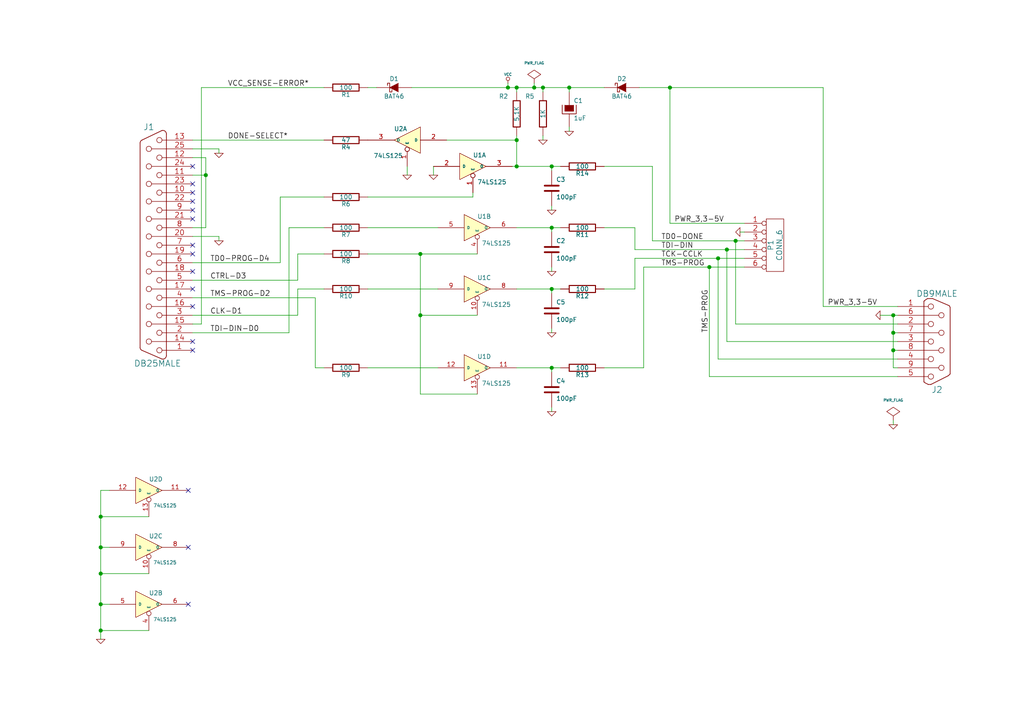
<source format=kicad_sch>
(kicad_sch (version 20250114) (generator "eeschema") (generator_version "9.0")
  (paper "A4")
  (title_block (title "PARALLEL CABLE III") (date "Sun 22 Mar 2015") (rev "1"))
  (lib_symbols
    (symbol "74LS125_1" (pin_names (offset 0.762))
      (property "Reference" "U" (at 0 2.54 0))
      (property "Value" "74LS125" (at 1.27 -3.81 0))
      (symbol "74LS125_1_0_0"
        (pin power_in line (at -3.81 3.81 270) (length 0) (hide yes) (name "VCC") (number "14"))
        (pin power_in line (at -3.81 -3.81 90) (length 0) (hide yes) (name "GND") (number "7"))
      )
      (symbol "74LS125_1_0_1"
        (polyline (pts (xy -3.81 3.81) (xy -3.81 -3.81) (xy 3.81 0) (xy -3.81 3.81)) (fill (type background)))
      )
      (symbol "74LS125_1_1_0"
        (pin input inverted (at 0 -7.62 90) (length 5.588) (name "E") (number "1"))
      )
      (symbol "74LS125_1_1_1"
        (pin input line (at -11.43 0 0) (length 7.62) (name "D") (number "2"))
        (pin tri_state line (at 11.43 0 180) (length 7.62) (name "O") (number "3"))
      )
      (symbol "74LS125_1_2_0"
        (pin input inverted (at 0 -7.62 90) (length 5.588) (name "E") (number "4"))
      )
      (symbol "74LS125_1_2_1"
        (pin input line (at -11.43 0 0) (length 7.62) (name "D") (number "5"))
        (pin tri_state line (at 11.43 0 180) (length 7.62) (name "O") (number "6"))
      )
      (symbol "74LS125_1_3_0"
        (pin input inverted (at 0 -7.62 90) (length 5.588) (name "E") (number "10"))
      )
      (symbol "74LS125_1_3_1"
        (pin input line (at -11.43 0 0) (length 7.62) (name "D") (number "9"))
        (pin tri_state line (at 11.43 0 180) (length 7.62) (name "O") (number "8"))
      )
      (symbol "74LS125_1_4_0"
        (pin input inverted (at 0 -7.62 90) (length 5.588) (name "E") (number "13"))
      )
      (symbol "74LS125_1_4_1"
        (pin input line (at -11.43 0 0) (length 7.62) (name "D") (number "12"))
        (pin tri_state line (at 11.43 0 180) (length 7.62) (name "O") (number "11"))
      )
    )
    (symbol "74LS125_2" (pin_names (offset 0.762))
      (property "Reference" "U" (at 0 2.54 0))
      (property "Value" "74LS125" (at 1.27 -3.81 0))
      (symbol "74LS125_2_0_0"
        (pin power_in line (at -3.81 3.81 270) (length 0) (hide yes) (name "VCC") (number "14"))
        (pin power_in line (at -3.81 -3.81 90) (length 0) (hide yes) (name "GND") (number "7"))
      )
      (symbol "74LS125_2_0_1"
        (polyline (pts (xy -3.81 3.81) (xy -3.81 -3.81) (xy 3.81 0) (xy -3.81 3.81)) (fill (type background)))
      )
      (symbol "74LS125_2_1_0"
        (pin input inverted (at 0 -7.62 90) (length 5.588) (name "E") (number "1"))
      )
      (symbol "74LS125_2_1_1"
        (pin input line (at -11.43 0 0) (length 7.62) (name "D") (number "2"))
        (pin tri_state line (at 11.43 0 180) (length 7.62) (name "O") (number "3"))
      )
      (symbol "74LS125_2_2_0"
        (pin input inverted (at 0 -7.62 90) (length 5.588) (name "E") (number "4"))
      )
      (symbol "74LS125_2_2_1"
        (pin input line (at -11.43 0 0) (length 7.62) (name "D") (number "5"))
        (pin tri_state line (at 11.43 0 180) (length 7.62) (name "O") (number "6"))
      )
      (symbol "74LS125_2_3_0"
        (pin input inverted (at 0 -7.62 90) (length 5.588) (name "E") (number "10"))
      )
      (symbol "74LS125_2_3_1"
        (pin input line (at -11.43 0 0) (length 7.62) (name "D") (number "9"))
        (pin tri_state line (at 11.43 0 180) (length 7.62) (name "O") (number "8"))
      )
      (symbol "74LS125_2_4_0"
        (pin input inverted (at 0 -7.62 90) (length 5.588) (name "E") (number "13"))
      )
      (symbol "74LS125_2_4_1"
        (pin input line (at -11.43 0 0) (length 7.62) (name "D") (number "12"))
        (pin tri_state line (at 11.43 0 180) (length 7.62) (name "O") (number "11"))
      )
    )
    (symbol "74LS125_3" (pin_names (offset 0.762))
      (property "Reference" "U" (at 0 2.54 0))
      (property "Value" "74LS125" (at 1.27 -3.81 0))
      (symbol "74LS125_3_0_0"
        (pin power_in line (at -3.81 3.81 270) (length 0) (hide yes) (name "VCC") (number "14"))
        (pin power_in line (at -3.81 -3.81 90) (length 0) (hide yes) (name "GND") (number "7"))
      )
      (symbol "74LS125_3_0_1"
        (polyline (pts (xy -3.81 3.81) (xy -3.81 -3.81) (xy 3.81 0) (xy -3.81 3.81)) (fill (type background)))
      )
      (symbol "74LS125_3_1_0"
        (pin input inverted (at 0 -7.62 90) (length 5.588) (name "E") (number "1"))
      )
      (symbol "74LS125_3_1_1"
        (pin input line (at -11.43 0 0) (length 7.62) (name "D") (number "2"))
        (pin tri_state line (at 11.43 0 180) (length 7.62) (name "O") (number "3"))
      )
      (symbol "74LS125_3_2_0"
        (pin input inverted (at 0 -7.62 90) (length 5.588) (name "E") (number "4"))
      )
      (symbol "74LS125_3_2_1"
        (pin input line (at -11.43 0 0) (length 7.62) (name "D") (number "5"))
        (pin tri_state line (at 11.43 0 180) (length 7.62) (name "O") (number "6"))
      )
      (symbol "74LS125_3_3_0"
        (pin input inverted (at 0 -7.62 90) (length 5.588) (name "E") (number "10"))
      )
      (symbol "74LS125_3_3_1"
        (pin input line (at -11.43 0 0) (length 7.62) (name "D") (number "9"))
        (pin tri_state line (at 11.43 0 180) (length 7.62) (name "O") (number "8"))
      )
      (symbol "74LS125_3_4_0"
        (pin input inverted (at 0 -7.62 90) (length 5.588) (name "E") (number "13"))
      )
      (symbol "74LS125_3_4_1"
        (pin input line (at -11.43 0 0) (length 7.62) (name "D") (number "12"))
        (pin tri_state line (at 11.43 0 180) (length 7.62) (name "O") (number "11"))
      )
    )
    (symbol "74LS125_4" (pin_names (offset 0.762))
      (property "Reference" "U" (at 0 2.54 0))
      (property "Value" "74LS125" (at 1.27 -3.81 0))
      (symbol "74LS125_4_0_0"
        (pin power_in line (at -3.81 3.81 270) (length 0) (hide yes) (name "VCC") (number "14"))
        (pin power_in line (at -3.81 -3.81 90) (length 0) (hide yes) (name "GND") (number "7"))
      )
      (symbol "74LS125_4_0_1"
        (polyline (pts (xy -3.81 3.81) (xy -3.81 -3.81) (xy 3.81 0) (xy -3.81 3.81)) (fill (type background)))
      )
      (symbol "74LS125_4_1_0"
        (pin input inverted (at 0 -7.62 90) (length 5.588) (name "E") (number "1"))
      )
      (symbol "74LS125_4_1_1"
        (pin input line (at -11.43 0 0) (length 7.62) (name "D") (number "2"))
        (pin tri_state line (at 11.43 0 180) (length 7.62) (name "O") (number "3"))
      )
      (symbol "74LS125_4_2_0"
        (pin input inverted (at 0 -7.62 90) (length 5.588) (name "E") (number "4"))
      )
      (symbol "74LS125_4_2_1"
        (pin input line (at -11.43 0 0) (length 7.62) (name "D") (number "5"))
        (pin tri_state line (at 11.43 0 180) (length 7.62) (name "O") (number "6"))
      )
      (symbol "74LS125_4_3_0"
        (pin input inverted (at 0 -7.62 90) (length 5.588) (name "E") (number "10"))
      )
      (symbol "74LS125_4_3_1"
        (pin input line (at -11.43 0 0) (length 7.62) (name "D") (number "9"))
        (pin tri_state line (at 11.43 0 180) (length 7.62) (name "O") (number "8"))
      )
      (symbol "74LS125_4_4_0"
        (pin input inverted (at 0 -7.62 90) (length 5.588) (name "E") (number "13"))
      )
      (symbol "74LS125_4_4_1"
        (pin input line (at -11.43 0 0) (length 7.62) (name "D") (number "12"))
        (pin tri_state line (at 11.43 0 180) (length 7.62) (name "O") (number "11"))
      )
    )
    (symbol "74LS125_5" (pin_names (offset 0.762))
      (property "Reference" "U" (at 0 2.54 0))
      (property "Value" "74LS125" (at 1.27 -3.81 0))
      (symbol "74LS125_5_0_0"
        (pin power_in line (at -3.81 3.81 270) (length 0) (hide yes) (name "VCC") (number "14"))
        (pin power_in line (at -3.81 -3.81 90) (length 0) (hide yes) (name "GND") (number "7"))
      )
      (symbol "74LS125_5_0_1"
        (polyline (pts (xy -3.81 3.81) (xy -3.81 -3.81) (xy 3.81 0) (xy -3.81 3.81)) (fill (type background)))
      )
      (symbol "74LS125_5_1_0"
        (pin input inverted (at 0 -7.62 90) (length 5.588) (name "E") (number "1"))
      )
      (symbol "74LS125_5_1_1"
        (pin input line (at -11.43 0 0) (length 7.62) (name "D") (number "2"))
        (pin tri_state line (at 11.43 0 180) (length 7.62) (name "O") (number "3"))
      )
      (symbol "74LS125_5_2_0"
        (pin input inverted (at 0 -7.62 90) (length 5.588) (name "E") (number "4"))
      )
      (symbol "74LS125_5_2_1"
        (pin input line (at -11.43 0 0) (length 7.62) (name "D") (number "5"))
        (pin tri_state line (at 11.43 0 180) (length 7.62) (name "O") (number "6"))
      )
      (symbol "74LS125_5_3_0"
        (pin input inverted (at 0 -7.62 90) (length 5.588) (name "E") (number "10"))
      )
      (symbol "74LS125_5_3_1"
        (pin input line (at -11.43 0 0) (length 7.62) (name "D") (number "9"))
        (pin tri_state line (at 11.43 0 180) (length 7.62) (name "O") (number "8"))
      )
      (symbol "74LS125_5_4_0"
        (pin input inverted (at 0 -7.62 90) (length 5.588) (name "E") (number "13"))
      )
      (symbol "74LS125_5_4_1"
        (pin input line (at -11.43 0 0) (length 7.62) (name "D") (number "12"))
        (pin tri_state line (at 11.43 0 180) (length 7.62) (name "O") (number "11"))
      )
    )
    (symbol "74LS125_6" (pin_names (offset 0.762))
      (property "Reference" "U" (at 0 2.54 0))
      (property "Value" "74LS125" (at 1.27 -3.81 0))
      (symbol "74LS125_6_0_0"
        (pin power_in line (at -3.81 3.81 270) (length 0) (hide yes) (name "VCC") (number "14"))
        (pin power_in line (at -3.81 -3.81 90) (length 0) (hide yes) (name "GND") (number "7"))
      )
      (symbol "74LS125_6_0_1"
        (polyline (pts (xy -3.81 3.81) (xy -3.81 -3.81) (xy 3.81 0) (xy -3.81 3.81)) (fill (type background)))
      )
      (symbol "74LS125_6_1_0"
        (pin input inverted (at 0 -7.62 90) (length 5.588) (name "E") (number "1"))
      )
      (symbol "74LS125_6_1_1"
        (pin input line (at -11.43 0 0) (length 7.62) (name "D") (number "2"))
        (pin tri_state line (at 11.43 0 180) (length 7.62) (name "O") (number "3"))
      )
      (symbol "74LS125_6_2_0"
        (pin input inverted (at 0 -7.62 90) (length 5.588) (name "E") (number "4"))
      )
      (symbol "74LS125_6_2_1"
        (pin input line (at -11.43 0 0) (length 7.62) (name "D") (number "5"))
        (pin tri_state line (at 11.43 0 180) (length 7.62) (name "O") (number "6"))
      )
      (symbol "74LS125_6_3_0"
        (pin input inverted (at 0 -7.62 90) (length 5.588) (name "E") (number "10"))
      )
      (symbol "74LS125_6_3_1"
        (pin input line (at -11.43 0 0) (length 7.62) (name "D") (number "9"))
        (pin tri_state line (at 11.43 0 180) (length 7.62) (name "O") (number "8"))
      )
      (symbol "74LS125_6_4_0"
        (pin input inverted (at 0 -7.62 90) (length 5.588) (name "E") (number "13"))
      )
      (symbol "74LS125_6_4_1"
        (pin input line (at -11.43 0 0) (length 7.62) (name "D") (number "12"))
        (pin tri_state line (at 11.43 0 180) (length 7.62) (name "O") (number "11"))
      )
    )
    (symbol "74LS125_7" (pin_names (offset 0.762))
      (property "Reference" "U" (at 0 2.54 0))
      (property "Value" "74LS125" (at 1.27 -3.81 0))
      (symbol "74LS125_7_0_0"
        (pin power_in line (at -3.81 3.81 270) (length 0) (hide yes) (name "VCC") (number "14"))
        (pin power_in line (at -3.81 -3.81 90) (length 0) (hide yes) (name "GND") (number "7"))
      )
      (symbol "74LS125_7_0_1"
        (polyline (pts (xy -3.81 3.81) (xy -3.81 -3.81) (xy 3.81 0) (xy -3.81 3.81)) (fill (type background)))
      )
      (symbol "74LS125_7_1_0"
        (pin input inverted (at 0 -7.62 90) (length 5.588) (name "E") (number "1"))
      )
      (symbol "74LS125_7_1_1"
        (pin input line (at -11.43 0 0) (length 7.62) (name "D") (number "2"))
        (pin tri_state line (at 11.43 0 180) (length 7.62) (name "O") (number "3"))
      )
      (symbol "74LS125_7_2_0"
        (pin input inverted (at 0 -7.62 90) (length 5.588) (name "E") (number "4"))
      )
      (symbol "74LS125_7_2_1"
        (pin input line (at -11.43 0 0) (length 7.62) (name "D") (number "5"))
        (pin tri_state line (at 11.43 0 180) (length 7.62) (name "O") (number "6"))
      )
      (symbol "74LS125_7_3_0"
        (pin input inverted (at 0 -7.62 90) (length 5.588) (name "E") (number "10"))
      )
      (symbol "74LS125_7_3_1"
        (pin input line (at -11.43 0 0) (length 7.62) (name "D") (number "9"))
        (pin tri_state line (at 11.43 0 180) (length 7.62) (name "O") (number "8"))
      )
      (symbol "74LS125_7_4_0"
        (pin input inverted (at 0 -7.62 90) (length 5.588) (name "E") (number "13"))
      )
      (symbol "74LS125_7_4_1"
        (pin input line (at -11.43 0 0) (length 7.62) (name "D") (number "12"))
        (pin tri_state line (at 11.43 0 180) (length 7.62) (name "O") (number "11"))
      )
    )
    (symbol "sonde_xilinx_schlib:74LS125" (pin_names (offset 0.762))
      (property "Reference" "U" (at 0 2.54 0))
      (property "Value" "74LS125" (at 1.27 -3.81 0))
      (symbol "74LS125_0_0"
        (pin power_in line (at -3.81 3.81 270) (length 0) (hide yes) (name "VCC") (number "14"))
        (pin power_in line (at -3.81 -3.81 90) (length 0) (hide yes) (name "GND") (number "7"))
      )
      (symbol "74LS125_0_1"
        (polyline (pts (xy -3.81 3.81) (xy -3.81 -3.81) (xy 3.81 0) (xy -3.81 3.81)) (fill (type background)))
      )
      (symbol "74LS125_1_0"
        (pin input inverted (at 0 -7.62 90) (length 5.588) (name "E") (number "1"))
      )
      (symbol "74LS125_1_1"
        (pin input line (at -11.43 0 0) (length 7.62) (name "D") (number "2"))
        (pin tri_state line (at 11.43 0 180) (length 7.62) (name "O") (number "3"))
      )
      (symbol "74LS125_2_0"
        (pin input inverted (at 0 -7.62 90) (length 5.588) (name "E") (number "4"))
      )
      (symbol "74LS125_2_1"
        (pin input line (at -11.43 0 0) (length 7.62) (name "D") (number "5"))
        (pin tri_state line (at 11.43 0 180) (length 7.62) (name "O") (number "6"))
      )
      (symbol "74LS125_3_0"
        (pin input inverted (at 0 -7.62 90) (length 5.588) (name "E") (number "10"))
      )
      (symbol "74LS125_3_1"
        (pin input line (at -11.43 0 0) (length 7.62) (name "D") (number "9"))
        (pin tri_state line (at 11.43 0 180) (length 7.62) (name "O") (number "8"))
      )
      (symbol "74LS125_4_0"
        (pin input inverted (at 0 -7.62 90) (length 5.588) (name "E") (number "13"))
      )
      (symbol "74LS125_4_1"
        (pin input line (at -11.43 0 0) (length 7.62) (name "D") (number "12"))
        (pin tri_state line (at 11.43 0 180) (length 7.62) (name "O") (number "11"))
      )
    )
    (symbol "sonde_xilinx_schlib:C" (pin_numbers (hide yes)) (pin_names (offset 0.254))
      (property "Reference" "C" (at 0 2.54 0))
      (property "Value" "C" (at 0.1524 -2.159 0))
      (symbol "C_0_1"
        (polyline (pts (xy -2.032 0.762) (xy 2.032 0.762)) (stroke (width 0.508)))
        (polyline (pts (xy -2.032 -0.762) (xy 2.032 -0.762)) (stroke (width 0.508)))
      )
      (symbol "C_1_1"
        (pin passive line (at 0 5.08 270) (length 4.318) (name "~") (number "1"))
        (pin passive line (at 0 -5.08 90) (length 4.318) (name "~") (number "2"))
      )
    )
    (symbol "sonde_xilinx_schlib:CONN_6" (pin_names (offset 0.762) (hide yes))
      (property "Reference" "P" (at -1.27 0 90))
      (property "Value" "CONN_6" (at 1.27 0 90))
      (symbol "CONN_6_0_1"
        (rectangle (start -2.54 7.62) (end 2.54 -7.62))
      )
      (symbol "CONN_6_1_1"
        (pin passive inverted (at -8.89 6.35 0) (length 6.35) (name "1") (number "1"))
        (pin passive inverted (at -8.89 3.81 0) (length 6.35) (name "2") (number "2"))
        (pin passive inverted (at -8.89 1.27 0) (length 6.35) (name "3") (number "3"))
        (pin passive inverted (at -8.89 -1.27 0) (length 6.35) (name "4") (number "4"))
        (pin passive inverted (at -8.89 -3.81 0) (length 6.35) (name "5") (number "5"))
        (pin passive inverted (at -8.89 -6.35 0) (length 6.35) (name "6") (number "6"))
      )
    )
    (symbol "sonde_xilinx_schlib:CP" (pin_numbers (hide yes)) (pin_names (offset 0.254) (hide yes))
      (property "Reference" "C" (at 1.27 2.54 0))
      (property "Value" "CP" (at 1.27 -2.54 0))
      (symbol "CP_0_1"
        (polyline (pts (xy -2.032 1.27) (xy -2.032 -1.27) (xy 2.032 -1.27) (xy 2.032 1.27)) (stroke (width 0.2032)))
        (polyline (pts (xy -1.27 1.27) (xy -1.27 -0.508) (xy 1.27 -0.508) (xy 1.27 1.27)) (fill (type outline)))
      )
      (symbol "CP_1_1"
        (pin passive line (at 0 5.08 270) (length 3.81) (name "~") (number "1"))
        (pin passive line (at 0 -5.08 90) (length 3.81) (name "~") (number "2"))
      )
    )
    (symbol "sonde_xilinx_schlib:DB25" (pin_names (offset 1.016) (hide yes))
      (property "Reference" "J" (at 1.27 34.29 0))
      (property "Value" "DB25" (at -1.27 -34.29 0))
      (symbol "DB25_0_1"
        (polyline (pts (xy -3.81 30.48) (xy -2.54 30.48)))
        (polyline (pts (xy -3.81 27.94) (xy 0.508 27.94)))
        (polyline (pts (xy -3.81 25.4) (xy -2.54 25.4)))
        (polyline (pts (xy -3.81 22.86) (xy 0.508 22.86)))
        (polyline (pts (xy -3.81 20.32) (xy -2.54 20.32)))
        (polyline (pts (xy -3.81 17.78) (xy 0.508 17.78)))
        (polyline (pts (xy -3.81 15.24) (xy -2.54 15.24)))
        (polyline (pts (xy -3.81 12.7) (xy 0.508 12.7)))
        (polyline (pts (xy -3.81 10.16) (xy -2.54 10.16)))
        (polyline (pts (xy -3.81 7.62) (xy 0.508 7.62)))
        (polyline (pts (xy -3.81 5.08) (xy -2.54 5.08)))
        (polyline (pts (xy -3.81 2.54) (xy 0.508 2.54)))
        (polyline (pts (xy -3.81 0) (xy -2.54 0)))
        (polyline (pts (xy -3.81 -2.54) (xy 0.508 -2.54)))
        (polyline (pts (xy -3.81 -5.08) (xy -2.54 -5.08)))
        (polyline (pts (xy -3.81 -7.62) (xy 0.508 -7.62)))
        (polyline (pts (xy -3.81 -10.16) (xy -2.54 -10.16)))
        (polyline (pts (xy -3.81 -12.7) (xy 0.508 -12.7)))
        (polyline (pts (xy -3.81 -15.24) (xy -2.54 -15.24)))
        (polyline (pts (xy -3.81 -17.78) (xy 0.508 -17.78)))
        (polyline (pts (xy -3.81 -20.32) (xy -2.54 -20.32)))
        (polyline (pts (xy -3.81 -22.86) (xy 0.508 -22.86)))
        (polyline (pts (xy -3.81 -25.4) (xy -2.54 -25.4)))
        (polyline (pts (xy -3.81 -27.94) (xy 0.508 -27.94)))
        (polyline (pts (xy -3.81 -30.48) (xy -2.54 -30.48)))
        (polyline (pts (xy -3.81 -32.004) (xy -3.81 32.258)) (stroke (width 0.2032)))
        (arc (start -3.81 32.258) (mid -3.4192 33.0713) (end -2.54 33.274) (stroke (width 0.2032)))
        (arc (start -2.54 -33.02) (mid -3.4129 -32.8094) (end -3.81 -32.004) (stroke (width 0.2032)))
        (polyline (pts (xy -2.54 -33.02) (xy 3.302 -30.48)) (stroke (width 0.2032)))
        (circle (center -1.778 30.48) (radius 0.762))
        (circle (center -1.778 25.4) (radius 0.762))
        (circle (center -1.778 20.32) (radius 0.762))
        (circle (center -1.778 15.24) (radius 0.762))
        (circle (center -1.778 10.16) (radius 0.762))
        (circle (center -1.778 5.08) (radius 0.762))
        (circle (center -1.778 0) (radius 0.762))
        (circle (center -1.778 -5.08) (radius 0.762))
        (circle (center -1.778 -10.16) (radius 0.762))
        (circle (center -1.778 -15.24) (radius 0.762))
        (circle (center -1.778 -20.32) (radius 0.762))
        (circle (center -1.778 -25.4) (radius 0.762))
        (circle (center -1.778 -30.48) (radius 0.762))
        (circle (center 1.27 27.94) (radius 0.762))
        (circle (center 1.27 22.86) (radius 0.762))
        (circle (center 1.27 17.78) (radius 0.762))
        (circle (center 1.27 12.7) (radius 0.762))
        (circle (center 1.27 7.62) (radius 0.762))
        (circle (center 1.27 2.54) (radius 0.762))
        (circle (center 1.27 -2.54) (radius 0.762))
        (circle (center 1.27 -7.62) (radius 0.762))
        (circle (center 1.27 -12.7) (radius 0.762))
        (circle (center 1.27 -17.78) (radius 0.762))
        (circle (center 1.27 -22.86) (radius 0.762))
        (circle (center 1.27 -27.94) (radius 0.762))
        (arc (start 3.81 -29.718) (mid 3.6655 -30.1721) (end 3.302 -30.48) (stroke (width 0.2032)))
        (arc (start 3.302 30.4546) (mid 3.6546 30.1592) (end 3.7846 29.718) (stroke (width 0.2032)))
        (polyline (pts (xy 3.302 30.48) (xy -2.54 33.274)) (stroke (width 0.2032)))
        (polyline (pts (xy 3.81 -29.718) (xy 3.81 29.718)) (stroke (width 0.2032)))
      )
      (symbol "DB25_1_1"
        (pin passive line (at -11.43 30.48 0) (length 7.62) (name "13") (number "13"))
        (pin passive line (at -11.43 27.94 0) (length 7.62) (name "P25") (number "25"))
        (pin passive line (at -11.43 25.4 0) (length 7.62) (name "12") (number "12"))
        (pin passive line (at -11.43 22.86 0) (length 7.62) (name "P24") (number "24"))
        (pin passive line (at -11.43 20.32 0) (length 7.62) (name "11") (number "11"))
        (pin passive line (at -11.43 17.78 0) (length 7.62) (name "P23") (number "23"))
        (pin passive line (at -11.43 15.24 0) (length 7.62) (name "10") (number "10"))
        (pin passive line (at -11.43 12.7 0) (length 7.62) (name "P22") (number "22"))
        (pin passive line (at -11.43 10.16 0) (length 7.62) (name "9") (number "9"))
        (pin passive line (at -11.43 7.62 0) (length 7.62) (name "P21") (number "21"))
        (pin passive line (at -11.43 5.08 0) (length 7.62) (name "8") (number "8"))
        (pin passive line (at -11.43 2.54 0) (length 7.62) (name "P20") (number "20"))
        (pin passive line (at -11.43 0 0) (length 7.62) (name "7") (number "7"))
        (pin passive line (at -11.43 -2.54 0) (length 7.62) (name "P19") (number "19"))
        (pin passive line (at -11.43 -5.08 0) (length 7.62) (name "6") (number "6"))
        (pin passive line (at -11.43 -7.62 0) (length 7.62) (name "P18") (number "18"))
        (pin passive line (at -11.43 -10.16 0) (length 7.62) (name "5") (number "5"))
        (pin passive line (at -11.43 -12.7 0) (length 7.62) (name "P17") (number "17"))
        (pin passive line (at -11.43 -15.24 0) (length 7.62) (name "4") (number "4"))
        (pin passive line (at -11.43 -17.78 0) (length 7.62) (name "P16") (number "16"))
        (pin passive line (at -11.43 -20.32 0) (length 7.62) (name "3") (number "3"))
        (pin passive line (at -11.43 -22.86 0) (length 7.62) (name "P15") (number "15"))
        (pin passive line (at -11.43 -25.4 0) (length 7.62) (name "2") (number "2"))
        (pin passive line (at -11.43 -27.94 0) (length 7.62) (name "P14") (number "14"))
        (pin passive line (at -11.43 -30.48 0) (length 7.62) (name "1") (number "1"))
      )
    )
    (symbol "sonde_xilinx_schlib:DB9" (pin_names (offset 1.016) (hide yes))
      (property "Reference" "J" (at 0 13.97 0))
      (property "Value" "DB9" (at 0 -13.97 0))
      (symbol "DB9_0_1"
        (polyline (pts (xy -3.81 10.16) (xy -2.54 10.16)))
        (polyline (pts (xy -3.81 7.62) (xy 0.508 7.62)))
        (polyline (pts (xy -3.81 5.08) (xy -2.54 5.08)))
        (polyline (pts (xy -3.81 2.54) (xy 0.508 2.54)))
        (polyline (pts (xy -3.81 0) (xy -2.54 0)))
        (polyline (pts (xy -3.81 -2.54) (xy 0.508 -2.54)))
        (polyline (pts (xy -3.81 -5.08) (xy -2.54 -5.08)))
        (polyline (pts (xy -3.81 -7.62) (xy 0.508 -7.62)))
        (polyline (pts (xy -3.81 -10.16) (xy -2.54 -10.16)))
        (polyline (pts (xy -3.81 -11.6586) (xy -3.556 -11.938)) (stroke (width 0.2032)))
        (polyline (pts (xy -3.81 -11.684) (xy -3.81 11.684)) (stroke (width 0.2032)))
        (polyline (pts (xy -3.556 11.938) (xy -3.81 11.684)) (stroke (width 0.2032)))
        (polyline (pts (xy -3.556 11.938) (xy -2.54 12.446)) (stroke (width 0.2032)))
        (polyline (pts (xy -3.556 -11.938) (xy -2.794 -12.446)) (stroke (width 0.2032)))
        (polyline (pts (xy -2.794 -12.446) (xy -1.27 -12.446)) (stroke (width 0.2032)))
        (polyline (pts (xy -2.54 12.446) (xy -1.778 12.446)) (stroke (width 0.2032)))
        (circle (center -1.778 10.16) (radius 0.762))
        (circle (center -1.778 5.08) (radius 0.762))
        (circle (center -1.778 0) (radius 0.762))
        (circle (center -1.778 -5.08) (radius 0.762))
        (circle (center -1.778 -10.16) (radius 0.762))
        (circle (center 1.27 7.62) (radius 0.762))
        (circle (center 1.27 2.54) (radius 0.762))
        (circle (center 1.27 -2.54) (radius 0.762))
        (circle (center 1.27 -7.62) (radius 0.762))
        (polyline (pts (xy 3.2766 9.906) (xy -1.778 12.446)) (stroke (width 0.2032)))
        (polyline (pts (xy 3.2766 9.906) (xy 3.81 9.398)) (stroke (width 0.2032)))
        (polyline (pts (xy 3.556 -10.3886) (xy -1.27 -12.446)) (stroke (width 0.2032)))
        (polyline (pts (xy 3.81 9.398) (xy 3.81 -9.906)) (stroke (width 0.2032)))
        (polyline (pts (xy 3.81 -9.906) (xy 3.556 -10.3886)) (stroke (width 0.2032)))
      )
      (symbol "DB9_1_1"
        (pin passive line (at -11.43 10.16 0) (length 7.62) (name "5") (number "5"))
        (pin passive line (at -11.43 7.62 0) (length 7.62) (name "P9") (number "9"))
        (pin passive line (at -11.43 5.08 0) (length 7.62) (name "4") (number "4"))
        (pin passive line (at -11.43 2.54 0) (length 7.62) (name "P8") (number "8"))
        (pin passive line (at -11.43 0 0) (length 7.62) (name "3") (number "3"))
        (pin passive line (at -11.43 -2.54 0) (length 7.62) (name "P7") (number "7"))
        (pin passive line (at -11.43 -5.08 0) (length 7.62) (name "2") (number "2"))
        (pin passive line (at -11.43 -7.62 0) (length 7.62) (name "P6") (number "6"))
        (pin passive line (at -11.43 -10.16 0) (length 7.62) (name "1") (number "1"))
      )
    )
    (symbol "sonde_xilinx_schlib:DIODESCH" (pin_numbers (hide yes)) (pin_names (offset 1.016) (hide yes))
      (property "Reference" "D" (at 0 2.54 0))
      (property "Value" "DIODESCH" (at 0 -2.54 0))
      (symbol "DIODESCH_0_1"
        (polyline (pts (xy -1.27 1.27) (xy 1.27 0) (xy -1.27 -1.27)) (fill (type outline)))
        (polyline (pts (xy 1.905 0.635) (xy 1.905 1.27) (xy 1.27 1.27) (xy 1.27 -1.27) (xy 0.635 -1.27) (xy 0.635 -0.635)) (stroke (width 0.2032)))
      )
      (symbol "DIODESCH_1_1"
        (pin passive line (at -5.08 0 0) (length 3.81) (name "A") (number "1"))
        (pin passive line (at 5.08 0 180) (length 3.81) (name "K") (number "2"))
      )
    )
    (symbol "sonde_xilinx_schlib:GND" (power) (pin_names (offset 0))
      (symbol "GND_0_1"
        (polyline (pts (xy -1.27 0) (xy 0 -1.27) (xy 1.27 0) (xy -1.27 0)))
      )
      (symbol "GND_1_1"
        (pin power_in line (at 0 0 90) (length 0) (hide yes) (name "GND") (number "1"))
      )
    )
    (symbol "sonde_xilinx_schlib:PWR_FLAG" (power) (pin_numbers (hide yes)) (pin_names (offset 0) (hide yes))
      (property "Value" "PWR_FLAG" (at 0 4.572 0))
      (symbol "PWR_FLAG_0_0"
        (pin power_out line (at 0 0 90) (length 0) (name "pwr") (number "1"))
      )
      (symbol "PWR_FLAG_0_1"
        (polyline (pts (xy 0 0) (xy 0 1.27) (xy -1.905 2.54) (xy 0 3.81) (xy 1.905 2.54) (xy 0 1.27)))
      )
    )
    (symbol "sonde_xilinx_schlib:R" (pin_numbers (hide yes)) (pin_names (offset 0))
      (property "Reference" "R" (at 2.032 0 90))
      (property "Value" "R" (at 0.1778 0.0254 90))
      (symbol "R_0_1"
        (rectangle (start -1.016 3.81) (end 1.016 -3.81) (stroke (width 0.3048)))
      )
      (symbol "R_1_1"
        (pin passive line (at 0 6.35 270) (length 2.54) (name "~") (number "1"))
        (pin passive line (at 0 -6.35 90) (length 2.54) (name "~") (number "2"))
      )
    )
    (symbol "sonde_xilinx_schlib:VCC" (power) (pin_names (offset 0))
      (property "Value" "VCC" (at 0 2.54 0))
      (symbol "VCC_0_0"
        (pin power_in line (at 0 0 90) (length 0) (hide yes) (name "VCC") (number "1"))
      )
      (symbol "VCC_0_1"
        (circle (center 0 1.27) (radius 0.508))
        (polyline (pts (xy 0 0) (xy 0 0.762) (xy 0 0.762)))
      )
    )
  )
  (junction (at 259.08 91.44) (diameter 1.016))
  (junction (at 194.31 25.4) (diameter 1.016))
  (junction (at 213.36 69.85) (diameter 1.016))
  (junction (at 29.21 182.88) (diameter 1.016))
  (junction (at 160.02 83.82) (diameter 1.016))
  (junction (at 59.69 50.8) (diameter 1.016))
  (junction (at 29.21 166.37) (diameter 1.016))
  (junction (at 149.86 40.64) (diameter 1.016))
  (junction (at 121.92 91.44) (diameter 1.016))
  (junction (at 160.02 106.68) (diameter 1.016))
  (junction (at 149.86 25.4) (diameter 1.016))
  (junction (at 157.48 25.4) (diameter 1.016))
  (junction (at 205.74 77.47) (diameter 1.016))
  (junction (at 208.28 74.93) (diameter 1.016))
  (junction (at 259.08 101.6) (diameter 1.016))
  (junction (at 160.02 66.04) (diameter 1.016))
  (junction (at 29.21 158.75) (diameter 1.016))
  (junction (at 29.21 149.86) (diameter 1.016))
  (junction (at 259.08 96.52) (diameter 1.016))
  (junction (at 154.94 25.4) (diameter 1.016))
  (junction (at 29.21 175.26) (diameter 1.016))
  (junction (at 210.82 72.39) (diameter 1.016))
  (junction (at 121.92 73.66) (diameter 1.016))
  (junction (at 149.86 48.26) (diameter 1.016))
  (junction (at 160.02 48.26) (diameter 1.016))
  (junction (at 147.32 25.4) (diameter 1.016))
  (junction (at 165.1 25.4) (diameter 1.016))
  (no_connect (at 54.61 175.26))
  (no_connect (at 55.88 88.9))
  (no_connect (at 54.61 142.24))
  (no_connect (at 54.61 158.75))
  (no_connect (at 55.88 55.88))
  (no_connect (at 55.88 71.12))
  (no_connect (at 55.88 48.26))
  (no_connect (at 55.88 73.66))
  (no_connect (at 55.88 101.6))
  (no_connect (at 55.88 53.34))
  (no_connect (at 55.88 78.74))
  (no_connect (at 55.88 60.96))
  (no_connect (at 55.88 58.42))
  (no_connect (at 55.88 99.06))
  (no_connect (at 55.88 63.5))
  (no_connect (at 55.88 83.82))
  (wire (pts (xy 165.1 25.4) (xy 165.1 26.67)))
  (wire (pts (xy 59.69 66.04) (xy 55.88 66.04)))
  (wire (pts (xy 106.68 57.15) (xy 137.16 57.15)))
  (wire (pts (xy 129.54 40.64) (xy 149.86 40.64)))
  (wire (pts (xy 189.23 48.26) (xy 175.26 48.26)))
  (wire (pts (xy 149.86 106.68) (xy 160.02 106.68)))
  (wire (pts (xy 59.69 45.72) (xy 55.88 45.72)))
  (wire (pts (xy 63.5 69.85) (xy 63.5 68.58)))
  (wire (pts (xy 260.35 99.06) (xy 210.82 99.06)))
  (wire (pts (xy 91.44 86.36) (xy 55.88 86.36)))
  (wire (pts (xy 149.86 66.04) (xy 160.02 66.04)))
  (wire (pts (xy 208.28 104.14) (xy 208.28 74.93)))
  (wire (pts (xy 109.22 25.4) (xy 106.68 25.4)))
  (wire (pts (xy 29.21 166.37) (xy 43.18 166.37)))
  (wire (pts (xy 160.02 95.25) (xy 160.02 96.52)))
  (wire (pts (xy 127 83.82) (xy 106.68 83.82)))
  (wire (pts (xy 184.15 72.39) (xy 184.15 66.04)))
  (wire (pts (xy 157.48 25.4) (xy 165.1 25.4)))
  (wire (pts (xy 148.59 48.26) (xy 149.86 48.26)))
  (wire (pts (xy 149.86 39.37) (xy 149.86 40.64)))
  (wire (pts (xy 260.35 96.52) (xy 259.08 96.52)))
  (wire (pts (xy 259.08 91.44) (xy 260.35 91.44)))
  (wire (pts (xy 160.02 107.95) (xy 160.02 106.68)))
  (wire (pts (xy 157.48 25.4) (xy 157.48 26.67)))
  (wire (pts (xy 205.74 77.47) (xy 215.9 77.47)))
  (wire (pts (xy 29.21 142.24) (xy 29.21 149.86)))
  (wire (pts (xy 29.21 158.75) (xy 31.75 158.75)))
  (wire (pts (xy 55.88 81.28) (xy 86.36 81.28)))
  (wire (pts (xy 29.21 149.86) (xy 29.21 158.75)))
  (wire (pts (xy 86.36 73.66) (xy 93.98 73.66)))
  (wire (pts (xy 29.21 158.75) (xy 29.21 166.37)))
  (wire (pts (xy 86.36 91.44) (xy 86.36 83.82)))
  (wire (pts (xy 208.28 74.93) (xy 215.9 74.93)))
  (wire (pts (xy 147.32 25.4) (xy 149.86 25.4)))
  (wire (pts (xy 55.88 50.8) (xy 59.69 50.8)))
  (wire (pts (xy 259.08 123.19) (xy 259.08 121.92)))
  (wire (pts (xy 137.16 57.15) (xy 137.16 55.88)))
  (wire (pts (xy 59.69 45.72) (xy 59.69 50.8)))
  (wire (pts (xy 83.82 96.52) (xy 83.82 66.04)))
  (wire (pts (xy 189.23 69.85) (xy 189.23 48.26)))
  (wire (pts (xy 29.21 142.24) (xy 31.75 142.24)))
  (wire (pts (xy 160.02 78.74) (xy 160.02 77.47)))
  (wire (pts (xy 121.92 73.66) (xy 138.43 73.66)))
  (wire (pts (xy 63.5 43.18) (xy 55.88 43.18)))
  (wire (pts (xy 58.42 25.4) (xy 93.98 25.4)))
  (wire (pts (xy 91.44 106.68) (xy 91.44 86.36)))
  (wire (pts (xy 63.5 44.45) (xy 63.5 43.18)))
  (wire (pts (xy 184.15 74.93) (xy 208.28 74.93)))
  (wire (pts (xy 149.86 83.82) (xy 160.02 83.82)))
  (wire (pts (xy 259.08 106.68) (xy 260.35 106.68)))
  (wire (pts (xy 160.02 67.31) (xy 160.02 66.04)))
  (wire (pts (xy 29.21 175.26) (xy 31.75 175.26)))
  (wire (pts (xy 160.02 48.26) (xy 160.02 49.53)))
  (wire (pts (xy 205.74 109.22) (xy 205.74 77.47)))
  (wire (pts (xy 260.35 104.14) (xy 208.28 104.14)))
  (wire (pts (xy 127 106.68) (xy 106.68 106.68)))
  (wire (pts (xy 81.28 57.15) (xy 93.98 57.15)))
  (wire (pts (xy 29.21 166.37) (xy 29.21 175.26)))
  (wire (pts (xy 259.08 91.44) (xy 259.08 96.52)))
  (wire (pts (xy 186.69 106.68) (xy 186.69 77.47)))
  (wire (pts (xy 138.43 91.44) (xy 121.92 91.44)))
  (wire (pts (xy 29.21 175.26) (xy 29.21 182.88)))
  (wire (pts (xy 149.86 48.26) (xy 160.02 48.26)))
  (wire (pts (xy 260.35 109.22) (xy 205.74 109.22)))
  (wire (pts (xy 55.88 76.2) (xy 81.28 76.2)))
  (wire (pts (xy 149.86 40.64) (xy 149.86 48.26)))
  (wire (pts (xy 189.23 69.85) (xy 213.36 69.85)))
  (wire (pts (xy 260.35 88.9) (xy 238.76 88.9)))
  (wire (pts (xy 160.02 118.11) (xy 160.02 119.38)))
  (wire (pts (xy 58.42 25.4) (xy 58.42 93.98)))
  (wire (pts (xy 259.08 101.6) (xy 259.08 106.68)))
  (wire (pts (xy 194.31 25.4) (xy 238.76 25.4)))
  (wire (pts (xy 154.94 25.4) (xy 157.48 25.4)))
  (wire (pts (xy 147.32 25.4) (xy 147.32 24.13)))
  (wire (pts (xy 210.82 72.39) (xy 215.9 72.39)))
  (wire (pts (xy 184.15 74.93) (xy 184.15 83.82)))
  (wire (pts (xy 215.9 64.77) (xy 194.31 64.77)))
  (wire (pts (xy 55.88 40.64) (xy 93.98 40.64)))
  (wire (pts (xy 121.92 73.66) (xy 121.92 91.44)))
  (wire (pts (xy 210.82 99.06) (xy 210.82 72.39)))
  (wire (pts (xy 118.11 50.8) (xy 118.11 48.26)))
  (wire (pts (xy 55.88 91.44) (xy 86.36 91.44)))
  (wire (pts (xy 184.15 83.82) (xy 175.26 83.82)))
  (wire (pts (xy 213.36 93.98) (xy 213.36 69.85)))
  (wire (pts (xy 160.02 106.68) (xy 162.56 106.68)))
  (wire (pts (xy 260.35 93.98) (xy 213.36 93.98)))
  (wire (pts (xy 93.98 106.68) (xy 91.44 106.68)))
  (wire (pts (xy 165.1 38.1) (xy 165.1 36.83)))
  (wire (pts (xy 255.27 91.44) (xy 259.08 91.44)))
  (wire (pts (xy 121.92 114.3) (xy 138.43 114.3)))
  (wire (pts (xy 214.63 67.31) (xy 215.9 67.31)))
  (wire (pts (xy 125.73 48.26) (xy 125.73 50.8)))
  (wire (pts (xy 106.68 73.66) (xy 121.92 73.66)))
  (wire (pts (xy 119.38 25.4) (xy 147.32 25.4)))
  (wire (pts (xy 127 66.04) (xy 106.68 66.04)))
  (wire (pts (xy 185.42 25.4) (xy 194.31 25.4)))
  (wire (pts (xy 238.76 25.4) (xy 238.76 88.9)))
  (wire (pts (xy 29.21 182.88) (xy 43.18 182.88)))
  (wire (pts (xy 160.02 83.82) (xy 162.56 83.82)))
  (wire (pts (xy 157.48 40.64) (xy 157.48 39.37)))
  (wire (pts (xy 184.15 72.39) (xy 210.82 72.39)))
  (wire (pts (xy 149.86 25.4) (xy 154.94 25.4)))
  (wire (pts (xy 184.15 66.04) (xy 175.26 66.04)))
  (wire (pts (xy 58.42 93.98) (xy 55.88 93.98)))
  (wire (pts (xy 186.69 77.47) (xy 205.74 77.47)))
  (wire (pts (xy 86.36 83.82) (xy 93.98 83.82)))
  (wire (pts (xy 59.69 50.8) (xy 59.69 66.04)))
  (wire (pts (xy 81.28 76.2) (xy 81.28 57.15)))
  (wire (pts (xy 63.5 68.58) (xy 55.88 68.58)))
  (wire (pts (xy 259.08 101.6) (xy 260.35 101.6)))
  (wire (pts (xy 86.36 81.28) (xy 86.36 73.66)))
  (wire (pts (xy 149.86 25.4) (xy 149.86 26.67)))
  (wire (pts (xy 213.36 69.85) (xy 215.9 69.85)))
  (wire (pts (xy 175.26 106.68) (xy 186.69 106.68)))
  (wire (pts (xy 121.92 91.44) (xy 121.92 114.3)))
  (wire (pts (xy 165.1 25.4) (xy 175.26 25.4)))
  (wire (pts (xy 154.94 24.13) (xy 154.94 25.4)))
  (wire (pts (xy 160.02 66.04) (xy 162.56 66.04)))
  (wire (pts (xy 43.18 149.86) (xy 29.21 149.86)))
  (wire (pts (xy 160.02 48.26) (xy 162.56 48.26)))
  (wire (pts (xy 55.88 96.52) (xy 83.82 96.52)))
  (wire (pts (xy 194.31 64.77) (xy 194.31 25.4)))
  (wire (pts (xy 160.02 85.09) (xy 160.02 83.82)))
  (wire (pts (xy 259.08 96.52) (xy 259.08 101.6)))
  (wire (pts (xy 160.02 60.96) (xy 160.02 59.69)))
  (wire (pts (xy 83.82 66.04) (xy 93.98 66.04)))
  (wire (pts (xy 29.21 182.88) (xy 29.21 185.42)))
  (label "TMS-PROG" (at 205.74 96.52 90) (effects (font (size 1.524 1.524))))
  (label "TDI-DIN-D0" (at 60.96 96.52 0) (effects (font (size 1.524 1.524))))
  (label "CTRL-D3" (at 60.96 81.28 0) (effects (font (size 1.524 1.524))))
  (label "PWR_3,3-5V" (at 240.03 88.9 0) (effects (font (size 1.524 1.524))))
  (label "VCC_SENSE-ERROR*" (at 66.04 25.4 0) (effects (font (size 1.524 1.524))))
  (label "TD0-PROG-D4" (at 60.96 76.2 0) (effects (font (size 1.524 1.524))))
  (label "TMS-PROG" (at 191.77 77.47 0) (effects (font (size 1.524 1.524))))
  (label "TMS-PROG-D2" (at 60.96 86.36 0) (effects (font (size 1.524 1.524))))
  (label "CLK-D1" (at 60.96 91.44 0) (effects (font (size 1.524 1.524))))
  (label "DONE-SELECT*" (at 66.04 40.64 0) (effects (font (size 1.524 1.524))))
  (label "TD0-DONE" (at 191.77 69.85 0) (effects (font (size 1.524 1.524))))
  (label "TDI-DIN" (at 191.77 72.39 0) (effects (font (size 1.524 1.524))))
  (label "TCK-CCLK" (at 191.77 74.93 0) (effects (font (size 1.524 1.524))))
  (label "PWR_3,3-5V" (at 195.58 64.77 0) (effects (font (size 1.524 1.524))))
  (symbol (lib_id "sonde_xilinx_schlib:DB25") (at 44.45 71.12 0) (mirror y) (unit 1)
    (property "Reference" "J1" (at 43.18 36.83 0) (effects (font (size 1.778 1.778))))
    (property "Value" "DB25MALE" (at 45.72 105.41 0) (effects (font (size 1.778 1.778))))
    (property "Footprint" "Connector_Dsub:DSUB-25_Male_EdgeMount_P2.77mm" (effects (hide yes)))
  )
  (symbol (lib_id "sonde_xilinx_schlib:R") (at 100.33 25.4 270) (unit 1)
    (property "Reference" "R1" (at 100.33 27.432 90))
    (property "Value" "100" (at 100.33 25.4 90))
    (property "Footprint" "Resistor_THT:R_Axial_DIN0207_L6.3mm_D2.5mm_P10.16mm_Horizontal" (effects (hide yes)))
  )
  (symbol (lib_id "sonde_xilinx_schlib:R") (at 100.33 40.64 270) (unit 1)
    (property "Reference" "R4" (at 100.33 42.672 90))
    (property "Value" "47" (at 100.33 40.64 90))
    (property "Footprint" "Resistor_THT:R_Axial_DIN0207_L6.3mm_D2.5mm_P10.16mm_Horizontal" (effects (hide yes)))
  )
  (symbol (lib_id "sonde_xilinx_schlib:R") (at 100.33 57.15 270) (unit 1)
    (property "Reference" "R6" (at 100.33 59.182 90))
    (property "Value" "100" (at 100.33 57.15 90))
    (property "Footprint" "Resistor_THT:R_Axial_DIN0207_L6.3mm_D2.5mm_P10.16mm_Horizontal" (effects (hide yes)))
  )
  (symbol (lib_id "sonde_xilinx_schlib:R") (at 100.33 83.82 270) (unit 1)
    (property "Reference" "R10" (at 100.33 85.852 90))
    (property "Value" "100" (at 100.33 83.82 90))
    (property "Footprint" "Resistor_THT:R_Axial_DIN0207_L6.3mm_D2.5mm_P10.16mm_Horizontal" (effects (hide yes)))
  )
  (symbol (lib_id "sonde_xilinx_schlib:R") (at 100.33 106.68 270) (unit 1)
    (property "Reference" "R9" (at 100.33 108.712 90))
    (property "Value" "100" (at 100.33 106.68 90))
    (property "Footprint" "Resistor_THT:R_Axial_DIN0207_L6.3mm_D2.5mm_P10.16mm_Horizontal" (effects (hide yes)))
  )
  (symbol (lib_name "74LS125_2") (lib_id "sonde_xilinx_schlib:74LS125") (at 118.11 40.64 0) (mirror y) (unit 1)
    (property "Reference" "U2" (at 118.11 38.1 0) (effects (justify left bottom)))
    (property "Value" "74LS125" (at 116.84 44.45 0) (effects (justify left top)))
    (property "Footprint" "Package_DIP:DIP-14_W7.62mm_LongPads" (effects (hide yes)))
  )
  (symbol (lib_name "74LS125_1") (lib_id "sonde_xilinx_schlib:74LS125") (at 137.16 48.26 0) (unit 1)
    (property "Reference" "U1" (at 137.16 45.72 0) (effects (justify left bottom)))
    (property "Value" "74LS125" (at 138.43 52.07 0) (effects (justify left top)))
    (property "Footprint" "Package_DIP:DIP-14_W7.62mm_LongPads" (effects (hide yes)))
  )
  (symbol (lib_name "74LS125_6") (lib_id "sonde_xilinx_schlib:74LS125") (at 138.43 66.04 0) (unit 2)
    (property "Reference" "U1" (at 138.43 63.5 0) (effects (justify left bottom)))
    (property "Value" "74LS125" (at 139.7 69.8246 0) (effects (justify left top)))
    (property "Footprint" "Package_DIP:DIP-14_W7.62mm_LongPads" (effects (hide yes)))
  )
  (symbol (lib_name "74LS125_7") (lib_id "sonde_xilinx_schlib:74LS125") (at 138.43 83.82 0) (unit 3)
    (property "Reference" "U1" (at 138.43 81.28 0) (effects (justify left bottom)))
    (property "Value" "74LS125" (at 139.7 87.6046 0) (effects (justify left top)))
    (property "Footprint" "Package_DIP:DIP-14_W7.62mm_LongPads" (effects (hide yes)))
  )
  (symbol (lib_id "sonde_xilinx_schlib:74LS125") (at 138.43 106.68 0) (unit 4)
    (property "Reference" "U1" (at 138.43 104.14 0) (effects (justify left bottom)))
    (property "Value" "74LS125" (at 139.7 110.4646 0) (effects (justify left top)))
    (property "Footprint" "Package_DIP:DIP-14_W7.62mm_LongPads" (effects (hide yes)))
  )
  (symbol (lib_name "74LS125_3") (lib_id "sonde_xilinx_schlib:74LS125") (at 43.18 175.26 0) (unit 2)
    (property "Reference" "U2" (at 43.18 172.72 0) (effects (justify left bottom)))
    (property "Value" "74LS125" (at 44.45 179.07 0) (effects (font (size 1.016 1.016)) (justify left top)))
    (property "Footprint" "Package_DIP:DIP-14_W7.62mm_LongPads" (effects (hide yes)))
  )
  (symbol (lib_name "74LS125_4") (lib_id "sonde_xilinx_schlib:74LS125") (at 43.18 158.75 0) (unit 3)
    (property "Reference" "U2" (at 43.18 156.21 0) (effects (justify left bottom)))
    (property "Value" "74LS125" (at 44.45 162.56 0) (effects (font (size 1.016 1.016)) (justify left top)))
    (property "Footprint" "Package_DIP:DIP-14_W7.62mm_LongPads" (effects (hide yes)))
  )
  (symbol (lib_name "74LS125_5") (lib_id "sonde_xilinx_schlib:74LS125") (at 43.18 142.24 0) (unit 4)
    (property "Reference" "U2" (at 43.18 139.7 0) (effects (justify left bottom)))
    (property "Value" "74LS125" (at 44.45 146.05 0) (effects (font (size 1.016 1.016)) (justify left top)))
    (property "Footprint" "Package_DIP:DIP-14_W7.62mm_LongPads" (effects (hide yes)))
  )
  (symbol (lib_id "sonde_xilinx_schlib:GND") (at 29.21 185.42 0) (unit 1)
    (property "Reference" "#PWR016" (effects (hide yes)))
    (property "Value" "GND" (effects (hide yes)))
  )
  (symbol (lib_id "sonde_xilinx_schlib:GND") (at 118.11 50.8 0) (unit 1)
    (property "Reference" "#PWR015" (effects (hide yes)))
    (property "Value" "GND" (effects (hide yes)))
  )
  (symbol (lib_id "sonde_xilinx_schlib:GND") (at 63.5 44.45 0) (unit 1)
    (property "Reference" "#PWR014" (effects (hide yes)))
    (property "Value" "GND" (effects (hide yes)))
  )
  (symbol (lib_id "sonde_xilinx_schlib:DIODESCH") (at 114.3 25.4 0) (mirror y) (unit 1)
    (property "Reference" "D1" (at 114.3 22.86 0))
    (property "Value" "BAT46" (at 114.3 27.94 0))
    (property "Footprint" "Diode_THT:D_A-405_P7.62mm_Horizontal" (effects (hide yes)))
  )
  (symbol (lib_id "sonde_xilinx_schlib:DIODESCH") (at 180.34 25.4 0) (mirror y) (unit 1)
    (property "Reference" "D2" (at 180.34 22.86 0))
    (property "Value" "BAT46" (at 180.34 27.94 0))
    (property "Footprint" "Diode_THT:D_A-405_P7.62mm_Horizontal" (effects (hide yes)))
  )
  (symbol (lib_id "sonde_xilinx_schlib:R") (at 149.86 33.02 0) (unit 1)
    (property "Reference" "R2" (at 146.05 27.94 0))
    (property "Value" "5,1K" (at 149.86 33.02 90))
    (property "Footprint" "Resistor_THT:R_Axial_DIN0207_L6.3mm_D2.5mm_P10.16mm_Horizontal" (effects (hide yes)))
  )
  (symbol (lib_id "sonde_xilinx_schlib:R") (at 157.48 33.02 0) (unit 1)
    (property "Reference" "R5" (at 153.67 27.94 0))
    (property "Value" "1K" (at 157.48 33.02 90))
    (property "Footprint" "Resistor_THT:R_Axial_DIN0207_L6.3mm_D2.5mm_P10.16mm_Horizontal" (effects (hide yes)))
  )
  (symbol (lib_id "sonde_xilinx_schlib:R") (at 168.91 48.26 270) (unit 1)
    (property "Reference" "R14" (at 168.91 50.292 90))
    (property "Value" "100" (at 168.91 48.26 90))
    (property "Footprint" "Resistor_THT:R_Axial_DIN0207_L6.3mm_D2.5mm_P10.16mm_Horizontal" (effects (hide yes)))
  )
  (symbol (lib_id "sonde_xilinx_schlib:C") (at 160.02 113.03 0) (unit 1)
    (property "Reference" "C4" (at 161.29 110.49 0) (effects (justify left)))
    (property "Value" "100pF" (at 161.29 115.57 0) (effects (justify left)))
    (property "Footprint" "Capacitor_THT:C_Disc_D5.1mm_W3.2mm_P5.00mm" (effects (hide yes)))
  )
  (symbol (lib_id "sonde_xilinx_schlib:GND") (at 160.02 119.38 0) (unit 1)
    (property "Reference" "#PWR01" (effects (hide yes)))
    (property "Value" "GND" (effects (hide yes)))
  )
  (symbol (lib_id "sonde_xilinx_schlib:GND") (at 157.48 40.64 0) (unit 1)
    (property "Reference" "#PWR012" (effects (hide yes)))
    (property "Value" "GND" (effects (hide yes)))
  )
  (symbol (lib_id "sonde_xilinx_schlib:CP") (at 165.1 31.75 0) (unit 1)
    (property "Reference" "C1" (at 166.37 29.21 0) (effects (justify left)))
    (property "Value" "1uF" (at 166.37 34.2646 0) (effects (justify left)))
    (property "Footprint" "Capacitor_THT:C_Axial_L5.1mm_D3.1mm_P12.50mm_Horizontal" (effects (hide yes)))
  )
  (symbol (lib_id "sonde_xilinx_schlib:GND") (at 165.1 38.1 0) (unit 1)
    (property "Reference" "#PWR09" (effects (hide yes)))
    (property "Value" "GND" (effects (hide yes)))
  )
  (symbol (lib_id "sonde_xilinx_schlib:CONN_6") (at 224.79 71.12 0) (unit 1)
    (property "Reference" "P1" (at 223.52 71.12 90) (effects (font (size 1.524 1.524))))
    (property "Value" "CONN_6" (at 226.06 71.12 90) (effects (font (size 1.524 1.524))))
    (property "Footprint" "Connector_PinHeader_2.54mm:PinHeader_1x06_P2.54mm_Vertical" (effects (hide yes)))
  )
  (symbol (lib_id "sonde_xilinx_schlib:GND") (at 214.63 67.31 270) (unit 1)
    (property "Reference" "#PWR08" (effects (hide yes)))
    (property "Value" "GND" (effects (hide yes)))
  )
  (symbol (lib_id "sonde_xilinx_schlib:PWR_FLAG") (at 259.08 121.92 0) (unit 1)
    (property "Reference" "#FLG05" (effects (hide yes)))
    (property "Value" "PWR_FLAG" (at 259.08 116.078 0) (effects (font (size 0.762 0.762))))
  )
  (symbol (lib_id "sonde_xilinx_schlib:GND") (at 259.08 123.19 0) (unit 1)
    (property "Reference" "#PWR04" (effects (hide yes)))
    (property "Value" "GND" (effects (hide yes)))
  )
  (symbol (lib_id "sonde_xilinx_schlib:VCC") (at 147.32 24.13 0) (unit 1)
    (property "Reference" "#PWR03" (effects (hide yes)))
    (property "Value" "VCC" (at 147.32 21.59 0) (effects (font (size 0.762 0.762))))
  )
  (symbol (lib_id "sonde_xilinx_schlib:PWR_FLAG") (at 154.94 24.13 0) (unit 1)
    (property "Reference" "#FLG02" (effects (hide yes)))
    (property "Value" "PWR_FLAG" (at 154.94 18.288 0) (effects (font (size 0.762 0.762))))
  )
  (symbol (lib_id "sonde_xilinx_schlib:DB9") (at 271.78 99.06 0) (mirror x) (unit 1)
    (property "Reference" "J2" (at 271.78 113.03 0) (effects (font (size 1.778 1.778))))
    (property "Value" "DB9MALE" (at 271.78 85.1662 0) (effects (font (size 1.778 1.778))))
    (property "Footprint" "Connector_Dsub:DSUB-9_Male_EdgeMount_P2.77mm" (effects (hide yes)))
  )
  (symbol (lib_id "sonde_xilinx_schlib:R") (at 168.91 66.04 270) (unit 1)
    (property "Reference" "R11" (at 168.91 68.072 90))
    (property "Value" "100" (at 168.91 66.04 90))
    (property "Footprint" "Resistor_THT:R_Axial_DIN0207_L6.3mm_D2.5mm_P10.16mm_Horizontal" (effects (hide yes)))
  )
  (symbol (lib_id "sonde_xilinx_schlib:R") (at 100.33 66.04 270) (unit 1)
    (property "Reference" "R7" (at 100.33 68.072 90))
    (property "Value" "100" (at 100.33 66.04 90))
    (property "Footprint" "Resistor_THT:R_Axial_DIN0207_L6.3mm_D2.5mm_P10.16mm_Horizontal" (effects (hide yes)))
  )
  (symbol (lib_id "sonde_xilinx_schlib:R") (at 100.33 73.66 270) (unit 1)
    (property "Reference" "R8" (at 100.33 75.692 90))
    (property "Value" "100" (at 100.33 73.66 90))
    (property "Footprint" "Resistor_THT:R_Axial_DIN0207_L6.3mm_D2.5mm_P10.16mm_Horizontal" (effects (hide yes)))
  )
  (symbol (lib_id "sonde_xilinx_schlib:GND") (at 63.5 69.85 0) (unit 1)
    (property "Reference" "#PWR06" (effects (hide yes)))
    (property "Value" "GND" (effects (hide yes)))
  )
  (symbol (lib_id "sonde_xilinx_schlib:R") (at 168.91 106.68 270) (unit 1)
    (property "Reference" "R13" (at 168.91 108.712 90))
    (property "Value" "100" (at 168.91 106.68 90))
    (property "Footprint" "Resistor_THT:R_Axial_DIN0207_L6.3mm_D2.5mm_P10.16mm_Horizontal" (effects (hide yes)))
  )
  (symbol (lib_id "sonde_xilinx_schlib:R") (at 168.91 83.82 270) (unit 1)
    (property "Reference" "R12" (at 168.91 85.852 90))
    (property "Value" "100" (at 168.91 83.82 90))
    (property "Footprint" "Resistor_THT:R_Axial_DIN0207_L6.3mm_D2.5mm_P10.16mm_Horizontal" (effects (hide yes)))
  )
  (symbol (lib_id "sonde_xilinx_schlib:C") (at 160.02 54.61 0) (unit 1)
    (property "Reference" "C3" (at 161.29 52.07 0) (effects (justify left)))
    (property "Value" "100pF" (at 161.29 57.15 0) (effects (justify left)))
    (property "Footprint" "Capacitor_THT:C_Disc_D5.1mm_W3.2mm_P5.00mm" (effects (hide yes)))
  )
  (symbol (lib_id "sonde_xilinx_schlib:C") (at 160.02 72.39 0) (unit 1)
    (property "Reference" "C2" (at 161.29 69.85 0) (effects (justify left)))
    (property "Value" "100pF" (at 161.29 74.93 0) (effects (justify left)))
    (property "Footprint" "Capacitor_THT:C_Disc_D5.1mm_W3.2mm_P5.00mm" (effects (hide yes)))
  )
  (symbol (lib_id "sonde_xilinx_schlib:C") (at 160.02 90.17 0) (unit 1)
    (property "Reference" "C5" (at 161.29 87.63 0) (effects (justify left)))
    (property "Value" "100pF" (at 161.29 92.71 0) (effects (justify left)))
    (property "Footprint" "Capacitor_THT:C_Disc_D5.1mm_W3.2mm_P5.00mm" (effects (hide yes)))
  )
  (symbol (lib_id "sonde_xilinx_schlib:GND") (at 160.02 60.96 0) (unit 1)
    (property "Reference" "#PWR013" (effects (hide yes)))
    (property "Value" "GND" (effects (hide yes)))
  )
  (symbol (lib_id "sonde_xilinx_schlib:GND") (at 160.02 78.74 0) (unit 1)
    (property "Reference" "#PWR011" (effects (hide yes)))
    (property "Value" "GND" (effects (hide yes)))
  )
  (symbol (lib_id "sonde_xilinx_schlib:GND") (at 160.02 96.52 0) (unit 1)
    (property "Reference" "#PWR010" (effects (hide yes)))
    (property "Value" "GND" (effects (hide yes)))
  )
  (symbol (lib_id "sonde_xilinx_schlib:GND") (at 255.27 91.44 270) (unit 1)
    (property "Reference" "#PWR07" (effects (hide yes)))
    (property "Value" "GND" (effects (hide yes)))
  )
  (symbol (lib_id "sonde_xilinx_schlib:GND") (at 125.73 50.8 0) (unit 1)
    (property "Reference" "#PWR017" (effects (hide yes)))
    (property "Value" "GND" (effects (hide yes)))
  )
)
</source>
